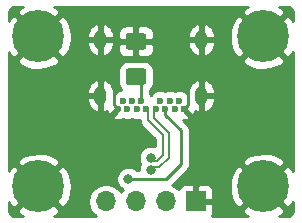
<source format=gbl>
%TF.GenerationSoftware,KiCad,Pcbnew,5.1.6*%
%TF.CreationDate,2020-09-10T19:59:46+02:00*%
%TF.ProjectId,usbc-breakout,75736263-2d62-4726-9561-6b6f75742e6b,rev?*%
%TF.SameCoordinates,Original*%
%TF.FileFunction,Copper,L2,Bot*%
%TF.FilePolarity,Positive*%
%FSLAX46Y46*%
G04 Gerber Fmt 4.6, Leading zero omitted, Abs format (unit mm)*
G04 Created by KiCad (PCBNEW 5.1.6) date 2020-09-10 19:59:46*
%MOMM*%
%LPD*%
G01*
G04 APERTURE LIST*
%TA.AperFunction,ComponentPad*%
%ADD10O,1.000000X1.600000*%
%TD*%
%TA.AperFunction,ComponentPad*%
%ADD11C,0.600000*%
%TD*%
%TA.AperFunction,ComponentPad*%
%ADD12C,0.700000*%
%TD*%
%TA.AperFunction,ComponentPad*%
%ADD13C,4.400000*%
%TD*%
%TA.AperFunction,ComponentPad*%
%ADD14O,1.700000X1.700000*%
%TD*%
%TA.AperFunction,ComponentPad*%
%ADD15R,1.700000X1.700000*%
%TD*%
%TA.AperFunction,ViaPad*%
%ADD16C,0.800000*%
%TD*%
%TA.AperFunction,Conductor*%
%ADD17C,0.250000*%
%TD*%
%TA.AperFunction,Conductor*%
%ADD18C,0.200000*%
%TD*%
%TA.AperFunction,Conductor*%
%ADD19C,0.254000*%
%TD*%
G04 APERTURE END LIST*
D10*
%TO.P,J2,S1*%
%TO.N,GND*%
X59230000Y-66950000D03*
X67770000Y-66950000D03*
X67770000Y-71680000D03*
X59230000Y-71680000D03*
D11*
%TO.P,J2,B6*%
%TO.N,D+*%
X63100000Y-72830000D03*
%TO.P,J2,B7*%
%TO.N,D-*%
X63900000Y-72830000D03*
%TO.P,J2,B4*%
%TO.N,Net-(F1-Pad2)*%
X62300000Y-72830000D03*
%TO.P,J2,B9*%
X64700000Y-72830000D03*
%TO.P,J2,S1*%
%TO.N,GND*%
X61500000Y-72830000D03*
X65500000Y-72830000D03*
%TO.P,J2,B1*%
X60700000Y-72830000D03*
%TO.P,J2,B10*%
%TO.N,Net-(J2-PadB10)*%
X65100000Y-72120000D03*
%TO.P,J2,B3*%
%TO.N,Net-(J2-PadB3)*%
X61900000Y-72120000D03*
%TO.P,J2,B8*%
%TO.N,Net-(J2-PadB8)*%
X64300000Y-72120000D03*
%TO.P,J2,B5*%
%TO.N,Net-(J2-PadB5)*%
X62700000Y-72120000D03*
%TO.P,J2,B12*%
%TO.N,GND*%
X66300000Y-72830000D03*
%TO.P,J2,B2*%
%TO.N,Net-(J2-PadB2)*%
X61100000Y-72120000D03*
%TO.P,J2,B11*%
%TO.N,Net-(J2-PadB11)*%
X65900000Y-72120000D03*
%TD*%
D12*
%TO.P,REF\u002A\u002A,1*%
%TO.N,GND*%
X74191726Y-78208274D03*
X73025000Y-77725000D03*
X71858274Y-78208274D03*
X71375000Y-79375000D03*
X71858274Y-80541726D03*
X73025000Y-81025000D03*
X74191726Y-80541726D03*
X74675000Y-79375000D03*
D13*
X73025000Y-79375000D03*
%TD*%
D12*
%TO.P,REF\u002A\u002A,1*%
%TO.N,GND*%
X55141726Y-78208274D03*
X53975000Y-77725000D03*
X52808274Y-78208274D03*
X52325000Y-79375000D03*
X52808274Y-80541726D03*
X53975000Y-81025000D03*
X55141726Y-80541726D03*
X55625000Y-79375000D03*
D13*
X53975000Y-79375000D03*
%TD*%
D12*
%TO.P,REF\u002A\u002A,1*%
%TO.N,GND*%
X74191726Y-65508274D03*
X73025000Y-65025000D03*
X71858274Y-65508274D03*
X71375000Y-66675000D03*
X71858274Y-67841726D03*
X73025000Y-68325000D03*
X74191726Y-67841726D03*
X74675000Y-66675000D03*
D13*
X73025000Y-66675000D03*
%TD*%
%TO.P,REF\u002A\u002A,1*%
%TO.N,GND*%
X53975000Y-66675000D03*
D12*
X55625000Y-66675000D03*
X55141726Y-67841726D03*
X53975000Y-68325000D03*
X52808274Y-67841726D03*
X52325000Y-66675000D03*
X52808274Y-65508274D03*
X53975000Y-65025000D03*
X55141726Y-65508274D03*
%TD*%
%TO.P,R2,1*%
%TO.N,Net-(J2-PadB5)*%
%TA.AperFunction,SMDPad,CuDef*%
G36*
G01*
X62855000Y-70780000D02*
X61605000Y-70780000D01*
G75*
G02*
X61355000Y-70530000I0J250000D01*
G01*
X61355000Y-69605000D01*
G75*
G02*
X61605000Y-69355000I250000J0D01*
G01*
X62855000Y-69355000D01*
G75*
G02*
X63105000Y-69605000I0J-250000D01*
G01*
X63105000Y-70530000D01*
G75*
G02*
X62855000Y-70780000I-250000J0D01*
G01*
G37*
%TD.AperFunction*%
%TO.P,R2,2*%
%TO.N,GND*%
%TA.AperFunction,SMDPad,CuDef*%
G36*
G01*
X62855000Y-67805000D02*
X61605000Y-67805000D01*
G75*
G02*
X61355000Y-67555000I0J250000D01*
G01*
X61355000Y-66630000D01*
G75*
G02*
X61605000Y-66380000I250000J0D01*
G01*
X62855000Y-66380000D01*
G75*
G02*
X63105000Y-66630000I0J-250000D01*
G01*
X63105000Y-67555000D01*
G75*
G02*
X62855000Y-67805000I-250000J0D01*
G01*
G37*
%TD.AperFunction*%
%TD*%
D14*
%TO.P,J1,4*%
%TO.N,+5V*%
X59690000Y-80645000D03*
%TO.P,J1,3*%
%TO.N,D-*%
X62230000Y-80645000D03*
%TO.P,J1,2*%
%TO.N,D+*%
X64770000Y-80645000D03*
D15*
%TO.P,J1,1*%
%TO.N,GND*%
X67310000Y-80645000D03*
%TD*%
D16*
%TO.N,Net-(F1-Pad2)*%
X61595000Y-78740000D03*
%TO.N,D-*%
X63500000Y-77995000D03*
%TO.N,D+*%
X63500000Y-76945000D03*
%TD*%
D17*
%TO.N,Net-(F1-Pad2)*%
X64700000Y-73289619D02*
X64700000Y-72830000D01*
X66040000Y-74629619D02*
X64700000Y-73289619D01*
X66040000Y-77470000D02*
X66040000Y-74629619D01*
X64770000Y-78740000D02*
X66040000Y-77470000D01*
X61595000Y-78740000D02*
X64770000Y-78740000D01*
D18*
%TO.N,D-*%
X63725000Y-73005000D02*
X63725000Y-73566800D01*
X63900000Y-72830000D02*
X63725000Y-73005000D01*
X63725000Y-73566800D02*
X64995000Y-74836800D01*
X64995000Y-74836800D02*
X64995000Y-76928200D01*
X63800000Y-77695000D02*
X63500000Y-77995000D01*
X64228200Y-77695000D02*
X63800000Y-77695000D01*
X64995000Y-76928200D02*
X64228200Y-77695000D01*
%TO.N,D+*%
X63275000Y-73005000D02*
X63275000Y-73753200D01*
X63100000Y-72830000D02*
X63275000Y-73005000D01*
X63275000Y-73753200D02*
X64545000Y-75023200D01*
X64545000Y-75023200D02*
X64545000Y-76741800D01*
X63800000Y-77245000D02*
X63500000Y-76945000D01*
X64041800Y-77245000D02*
X63800000Y-77245000D01*
X64545000Y-76741800D02*
X64041800Y-77245000D01*
D17*
%TO.N,GND*%
X60375001Y-72505001D02*
X60375001Y-67259999D01*
X60542500Y-67092500D02*
X62230000Y-67092500D01*
X60375001Y-67259999D02*
X60542500Y-67092500D01*
X60700000Y-72830000D02*
X60375001Y-72505001D01*
X60375001Y-72505001D02*
X60375001Y-68630001D01*
X60375001Y-68630001D02*
X60425002Y-68580000D01*
X60425002Y-68580000D02*
X66040000Y-68580000D01*
X66624999Y-72505001D02*
X66300000Y-72830000D01*
X66624999Y-69164999D02*
X66624999Y-72505001D01*
X66040000Y-68580000D02*
X66624999Y-69164999D01*
%TO.N,Net-(J2-PadB5)*%
X62700000Y-70537500D02*
X62700000Y-72120000D01*
X62230000Y-70067500D02*
X62700000Y-70537500D01*
%TD*%
D19*
%TO.N,GND*%
G36*
X52404976Y-64297982D02*
G01*
X52164830Y-64685225D01*
X53975000Y-66495395D01*
X55785170Y-64685225D01*
X55545024Y-64297982D01*
X55283537Y-64160000D01*
X71713121Y-64160000D01*
X71454976Y-64297982D01*
X71214830Y-64685225D01*
X73025000Y-66495395D01*
X74835170Y-64685225D01*
X74595024Y-64297982D01*
X74333537Y-64160000D01*
X74897721Y-64160000D01*
X75047869Y-64174722D01*
X75161246Y-64208953D01*
X75265819Y-64264555D01*
X75357596Y-64339407D01*
X75433091Y-64430664D01*
X75489419Y-64534844D01*
X75524440Y-64647976D01*
X75540000Y-64796022D01*
X75540000Y-65363121D01*
X75402018Y-65104976D01*
X75014775Y-64864830D01*
X73204605Y-66675000D01*
X75014775Y-68485170D01*
X75402018Y-68245024D01*
X75540000Y-67983537D01*
X75540001Y-78063123D01*
X75402018Y-77804976D01*
X75014775Y-77564830D01*
X73204605Y-79375000D01*
X75014775Y-81185170D01*
X75402018Y-80945024D01*
X75540001Y-80683535D01*
X75540001Y-81247711D01*
X75525278Y-81397869D01*
X75491047Y-81511246D01*
X75435446Y-81615817D01*
X75360594Y-81707595D01*
X75269335Y-81783091D01*
X75165160Y-81839419D01*
X75052024Y-81874440D01*
X74903979Y-81890000D01*
X74336879Y-81890000D01*
X74595024Y-81752018D01*
X74835170Y-81364775D01*
X73025000Y-79554605D01*
X71214830Y-81364775D01*
X71454976Y-81752018D01*
X71716463Y-81890000D01*
X68657295Y-81890000D01*
X68690537Y-81849494D01*
X68749502Y-81739180D01*
X68785812Y-81619482D01*
X68798072Y-81495000D01*
X68795000Y-80930750D01*
X68636250Y-80772000D01*
X67437000Y-80772000D01*
X67437000Y-80792000D01*
X67183000Y-80792000D01*
X67183000Y-80772000D01*
X67163000Y-80772000D01*
X67163000Y-80518000D01*
X67183000Y-80518000D01*
X67183000Y-79318750D01*
X67437000Y-79318750D01*
X67437000Y-80518000D01*
X68636250Y-80518000D01*
X68795000Y-80359250D01*
X68798072Y-79795000D01*
X68785812Y-79670518D01*
X68749502Y-79550820D01*
X68690537Y-79440506D01*
X68649231Y-79390174D01*
X70176322Y-79390174D01*
X70234019Y-79945632D01*
X70398972Y-80479161D01*
X70647982Y-80945024D01*
X71035225Y-81185170D01*
X72845395Y-79375000D01*
X71035225Y-77564830D01*
X70647982Y-77804976D01*
X70387359Y-78298877D01*
X70228099Y-78834133D01*
X70176322Y-79390174D01*
X68649231Y-79390174D01*
X68611185Y-79343815D01*
X68514494Y-79264463D01*
X68404180Y-79205498D01*
X68284482Y-79169188D01*
X68160000Y-79156928D01*
X67595750Y-79160000D01*
X67437000Y-79318750D01*
X67183000Y-79318750D01*
X67024250Y-79160000D01*
X66460000Y-79156928D01*
X66335518Y-79169188D01*
X66215820Y-79205498D01*
X66105506Y-79264463D01*
X66008815Y-79343815D01*
X65929463Y-79440506D01*
X65870498Y-79550820D01*
X65848487Y-79623380D01*
X65716632Y-79491525D01*
X65473411Y-79329010D01*
X65321440Y-79266062D01*
X65333804Y-79250997D01*
X66551004Y-78033798D01*
X66580001Y-78010001D01*
X66674974Y-77894276D01*
X66745546Y-77762247D01*
X66789003Y-77618986D01*
X66800000Y-77507333D01*
X66800000Y-77507324D01*
X66803676Y-77470001D01*
X66800000Y-77432678D01*
X66800000Y-77385225D01*
X71214830Y-77385225D01*
X73025000Y-79195395D01*
X74835170Y-77385225D01*
X74595024Y-76997982D01*
X74101123Y-76737359D01*
X73565867Y-76578099D01*
X73009826Y-76526322D01*
X72454368Y-76584019D01*
X71920839Y-76748972D01*
X71454976Y-76997982D01*
X71214830Y-77385225D01*
X66800000Y-77385225D01*
X66800000Y-74666941D01*
X66803676Y-74629618D01*
X66800000Y-74592295D01*
X66800000Y-74592286D01*
X66789003Y-74480633D01*
X66745546Y-74337372D01*
X66674974Y-74205343D01*
X66580001Y-74089618D01*
X66551003Y-74065820D01*
X66250093Y-73764910D01*
X66390355Y-73765171D01*
X66571061Y-73729574D01*
X66741351Y-73659408D01*
X66744425Y-73657763D01*
X66754936Y-73464541D01*
X66397454Y-73107059D01*
X66398562Y-73104397D01*
X66434828Y-72923824D01*
X66434896Y-72887109D01*
X66495931Y-72846326D01*
X66934541Y-73284936D01*
X67127763Y-73274425D01*
X67198562Y-73104397D01*
X67223487Y-72980294D01*
X67245024Y-72994276D01*
X67468126Y-73074119D01*
X67643000Y-72947954D01*
X67643000Y-71807000D01*
X67897000Y-71807000D01*
X67897000Y-72947954D01*
X68071874Y-73074119D01*
X68294976Y-72994276D01*
X68482764Y-72872369D01*
X68643161Y-72716169D01*
X68770003Y-72531678D01*
X68858415Y-72325987D01*
X68905000Y-72107000D01*
X68905000Y-71807000D01*
X67897000Y-71807000D01*
X67643000Y-71807000D01*
X67623000Y-71807000D01*
X67623000Y-71553000D01*
X67643000Y-71553000D01*
X67643000Y-70412046D01*
X67897000Y-70412046D01*
X67897000Y-71553000D01*
X68905000Y-71553000D01*
X68905000Y-71253000D01*
X68858415Y-71034013D01*
X68770003Y-70828322D01*
X68643161Y-70643831D01*
X68482764Y-70487631D01*
X68294976Y-70365724D01*
X68071874Y-70285881D01*
X67897000Y-70412046D01*
X67643000Y-70412046D01*
X67468126Y-70285881D01*
X67245024Y-70365724D01*
X67057236Y-70487631D01*
X66896839Y-70643831D01*
X66769997Y-70828322D01*
X66681585Y-71034013D01*
X66635000Y-71253000D01*
X66635000Y-71537049D01*
X66626262Y-71523972D01*
X66496028Y-71393738D01*
X66342889Y-71291414D01*
X66172729Y-71220932D01*
X65992089Y-71185000D01*
X65807911Y-71185000D01*
X65627271Y-71220932D01*
X65500000Y-71273649D01*
X65372729Y-71220932D01*
X65192089Y-71185000D01*
X65007911Y-71185000D01*
X64827271Y-71220932D01*
X64700000Y-71273649D01*
X64572729Y-71220932D01*
X64392089Y-71185000D01*
X64207911Y-71185000D01*
X64027271Y-71220932D01*
X63857111Y-71291414D01*
X63703972Y-71393738D01*
X63573738Y-71523972D01*
X63500000Y-71634329D01*
X63460000Y-71574465D01*
X63460000Y-71176806D01*
X63482962Y-71157962D01*
X63593405Y-71023386D01*
X63675472Y-70869850D01*
X63726008Y-70703254D01*
X63743072Y-70530000D01*
X63743072Y-69605000D01*
X63726008Y-69431746D01*
X63675472Y-69265150D01*
X63593405Y-69111614D01*
X63482962Y-68977038D01*
X63348386Y-68866595D01*
X63194850Y-68784528D01*
X63028254Y-68733992D01*
X62855000Y-68716928D01*
X61605000Y-68716928D01*
X61431746Y-68733992D01*
X61265150Y-68784528D01*
X61111614Y-68866595D01*
X60977038Y-68977038D01*
X60866595Y-69111614D01*
X60784528Y-69265150D01*
X60733992Y-69431746D01*
X60716928Y-69605000D01*
X60716928Y-70530000D01*
X60733992Y-70703254D01*
X60784528Y-70869850D01*
X60866595Y-71023386D01*
X60977038Y-71157962D01*
X61009984Y-71185000D01*
X61007911Y-71185000D01*
X60827271Y-71220932D01*
X60657111Y-71291414D01*
X60503972Y-71393738D01*
X60373738Y-71523972D01*
X60365000Y-71537049D01*
X60365000Y-71253000D01*
X60318415Y-71034013D01*
X60230003Y-70828322D01*
X60103161Y-70643831D01*
X59942764Y-70487631D01*
X59754976Y-70365724D01*
X59531874Y-70285881D01*
X59357000Y-70412046D01*
X59357000Y-71553000D01*
X59377000Y-71553000D01*
X59377000Y-71807000D01*
X59357000Y-71807000D01*
X59357000Y-72947954D01*
X59531874Y-73074119D01*
X59754976Y-72994276D01*
X59776622Y-72980224D01*
X59800426Y-73101061D01*
X59870592Y-73271351D01*
X59872237Y-73274425D01*
X60065459Y-73284936D01*
X60504069Y-72846326D01*
X60564891Y-72886967D01*
X60564829Y-72920355D01*
X60600426Y-73101061D01*
X60602795Y-73106810D01*
X60245064Y-73464541D01*
X60255575Y-73657763D01*
X60425603Y-73728562D01*
X60606176Y-73764828D01*
X60790355Y-73765171D01*
X60971061Y-73729574D01*
X61100223Y-73676354D01*
X61225603Y-73728562D01*
X61406176Y-73764828D01*
X61590355Y-73765171D01*
X61771061Y-73729574D01*
X61900115Y-73676399D01*
X62027271Y-73729068D01*
X62207911Y-73765000D01*
X62392089Y-73765000D01*
X62538143Y-73735948D01*
X62536444Y-73753200D01*
X62540000Y-73789305D01*
X62550635Y-73897285D01*
X62592664Y-74035833D01*
X62660914Y-74163520D01*
X62752763Y-74275438D01*
X62780808Y-74298454D01*
X63810000Y-75327647D01*
X63810001Y-75953130D01*
X63801898Y-75949774D01*
X63601939Y-75910000D01*
X63398061Y-75910000D01*
X63198102Y-75949774D01*
X63009744Y-76027795D01*
X62840226Y-76141063D01*
X62696063Y-76285226D01*
X62582795Y-76454744D01*
X62504774Y-76643102D01*
X62465000Y-76843061D01*
X62465000Y-77046939D01*
X62504774Y-77246898D01*
X62582795Y-77435256D01*
X62606010Y-77470000D01*
X62582795Y-77504744D01*
X62504774Y-77693102D01*
X62465000Y-77893061D01*
X62465000Y-77980000D01*
X62298711Y-77980000D01*
X62254774Y-77936063D01*
X62085256Y-77822795D01*
X61896898Y-77744774D01*
X61696939Y-77705000D01*
X61493061Y-77705000D01*
X61293102Y-77744774D01*
X61104744Y-77822795D01*
X60935226Y-77936063D01*
X60791063Y-78080226D01*
X60677795Y-78249744D01*
X60599774Y-78438102D01*
X60560000Y-78638061D01*
X60560000Y-78841939D01*
X60599774Y-79041898D01*
X60677795Y-79230256D01*
X60791063Y-79399774D01*
X60935226Y-79543937D01*
X61104744Y-79657205D01*
X61113897Y-79660996D01*
X61076525Y-79698368D01*
X60960000Y-79872760D01*
X60843475Y-79698368D01*
X60636632Y-79491525D01*
X60393411Y-79329010D01*
X60123158Y-79217068D01*
X59836260Y-79160000D01*
X59543740Y-79160000D01*
X59256842Y-79217068D01*
X58986589Y-79329010D01*
X58743368Y-79491525D01*
X58536525Y-79698368D01*
X58374010Y-79941589D01*
X58262068Y-80211842D01*
X58205000Y-80498740D01*
X58205000Y-80791260D01*
X58262068Y-81078158D01*
X58374010Y-81348411D01*
X58536525Y-81591632D01*
X58743368Y-81798475D01*
X58880345Y-81890000D01*
X55286879Y-81890000D01*
X55545024Y-81752018D01*
X55785170Y-81364775D01*
X53975000Y-79554605D01*
X52164830Y-81364775D01*
X52404976Y-81752018D01*
X52666463Y-81890000D01*
X52102279Y-81890000D01*
X51952131Y-81875278D01*
X51838754Y-81841047D01*
X51734183Y-81785446D01*
X51642405Y-81710594D01*
X51566909Y-81619335D01*
X51510581Y-81515160D01*
X51475560Y-81402024D01*
X51460000Y-81253979D01*
X51460000Y-80686879D01*
X51597982Y-80945024D01*
X51985225Y-81185170D01*
X53795395Y-79375000D01*
X54154605Y-79375000D01*
X55964775Y-81185170D01*
X56352018Y-80945024D01*
X56612641Y-80451123D01*
X56771901Y-79915867D01*
X56823678Y-79359826D01*
X56765981Y-78804368D01*
X56601028Y-78270839D01*
X56352018Y-77804976D01*
X55964775Y-77564830D01*
X54154605Y-79375000D01*
X53795395Y-79375000D01*
X51985225Y-77564830D01*
X51597982Y-77804976D01*
X51460000Y-78066463D01*
X51460000Y-77385225D01*
X52164830Y-77385225D01*
X53975000Y-79195395D01*
X55785170Y-77385225D01*
X55545024Y-76997982D01*
X55051123Y-76737359D01*
X54515867Y-76578099D01*
X53959826Y-76526322D01*
X53404368Y-76584019D01*
X52870839Y-76748972D01*
X52404976Y-76997982D01*
X52164830Y-77385225D01*
X51460000Y-77385225D01*
X51460000Y-71807000D01*
X58095000Y-71807000D01*
X58095000Y-72107000D01*
X58141585Y-72325987D01*
X58229997Y-72531678D01*
X58356839Y-72716169D01*
X58517236Y-72872369D01*
X58705024Y-72994276D01*
X58928126Y-73074119D01*
X59103000Y-72947954D01*
X59103000Y-71807000D01*
X58095000Y-71807000D01*
X51460000Y-71807000D01*
X51460000Y-71253000D01*
X58095000Y-71253000D01*
X58095000Y-71553000D01*
X59103000Y-71553000D01*
X59103000Y-70412046D01*
X58928126Y-70285881D01*
X58705024Y-70365724D01*
X58517236Y-70487631D01*
X58356839Y-70643831D01*
X58229997Y-70828322D01*
X58141585Y-71034013D01*
X58095000Y-71253000D01*
X51460000Y-71253000D01*
X51460000Y-68664775D01*
X52164830Y-68664775D01*
X52404976Y-69052018D01*
X52898877Y-69312641D01*
X53434133Y-69471901D01*
X53990174Y-69523678D01*
X54545632Y-69465981D01*
X55079161Y-69301028D01*
X55545024Y-69052018D01*
X55785170Y-68664775D01*
X71214830Y-68664775D01*
X71454976Y-69052018D01*
X71948877Y-69312641D01*
X72484133Y-69471901D01*
X73040174Y-69523678D01*
X73595632Y-69465981D01*
X74129161Y-69301028D01*
X74595024Y-69052018D01*
X74835170Y-68664775D01*
X73025000Y-66854605D01*
X71214830Y-68664775D01*
X55785170Y-68664775D01*
X53975000Y-66854605D01*
X52164830Y-68664775D01*
X51460000Y-68664775D01*
X51460000Y-67986879D01*
X51597982Y-68245024D01*
X51985225Y-68485170D01*
X53795395Y-66675000D01*
X54154605Y-66675000D01*
X55964775Y-68485170D01*
X56352018Y-68245024D01*
X56612641Y-67751123D01*
X56771901Y-67215867D01*
X56784831Y-67077000D01*
X58095000Y-67077000D01*
X58095000Y-67377000D01*
X58141585Y-67595987D01*
X58229997Y-67801678D01*
X58356839Y-67986169D01*
X58517236Y-68142369D01*
X58705024Y-68264276D01*
X58928126Y-68344119D01*
X59103000Y-68217954D01*
X59103000Y-67077000D01*
X59357000Y-67077000D01*
X59357000Y-68217954D01*
X59531874Y-68344119D01*
X59754976Y-68264276D01*
X59942764Y-68142369D01*
X60103161Y-67986169D01*
X60227719Y-67805000D01*
X60716928Y-67805000D01*
X60729188Y-67929482D01*
X60765498Y-68049180D01*
X60824463Y-68159494D01*
X60903815Y-68256185D01*
X61000506Y-68335537D01*
X61110820Y-68394502D01*
X61230518Y-68430812D01*
X61355000Y-68443072D01*
X61944250Y-68440000D01*
X62103000Y-68281250D01*
X62103000Y-67219500D01*
X62357000Y-67219500D01*
X62357000Y-68281250D01*
X62515750Y-68440000D01*
X63105000Y-68443072D01*
X63229482Y-68430812D01*
X63349180Y-68394502D01*
X63459494Y-68335537D01*
X63556185Y-68256185D01*
X63635537Y-68159494D01*
X63694502Y-68049180D01*
X63730812Y-67929482D01*
X63743072Y-67805000D01*
X63740000Y-67378250D01*
X63581250Y-67219500D01*
X62357000Y-67219500D01*
X62103000Y-67219500D01*
X60878750Y-67219500D01*
X60720000Y-67378250D01*
X60716928Y-67805000D01*
X60227719Y-67805000D01*
X60230003Y-67801678D01*
X60318415Y-67595987D01*
X60365000Y-67377000D01*
X60365000Y-67077000D01*
X66635000Y-67077000D01*
X66635000Y-67377000D01*
X66681585Y-67595987D01*
X66769997Y-67801678D01*
X66896839Y-67986169D01*
X67057236Y-68142369D01*
X67245024Y-68264276D01*
X67468126Y-68344119D01*
X67643000Y-68217954D01*
X67643000Y-67077000D01*
X67897000Y-67077000D01*
X67897000Y-68217954D01*
X68071874Y-68344119D01*
X68294976Y-68264276D01*
X68482764Y-68142369D01*
X68643161Y-67986169D01*
X68770003Y-67801678D01*
X68858415Y-67595987D01*
X68905000Y-67377000D01*
X68905000Y-67077000D01*
X67897000Y-67077000D01*
X67643000Y-67077000D01*
X66635000Y-67077000D01*
X60365000Y-67077000D01*
X59357000Y-67077000D01*
X59103000Y-67077000D01*
X58095000Y-67077000D01*
X56784831Y-67077000D01*
X56823678Y-66659826D01*
X56809466Y-66523000D01*
X58095000Y-66523000D01*
X58095000Y-66823000D01*
X59103000Y-66823000D01*
X59103000Y-65682046D01*
X59357000Y-65682046D01*
X59357000Y-66823000D01*
X60365000Y-66823000D01*
X60365000Y-66523000D01*
X60334580Y-66380000D01*
X60716928Y-66380000D01*
X60720000Y-66806750D01*
X60878750Y-66965500D01*
X62103000Y-66965500D01*
X62103000Y-65903750D01*
X62357000Y-65903750D01*
X62357000Y-66965500D01*
X63581250Y-66965500D01*
X63740000Y-66806750D01*
X63742042Y-66523000D01*
X66635000Y-66523000D01*
X66635000Y-66823000D01*
X67643000Y-66823000D01*
X67643000Y-65682046D01*
X67897000Y-65682046D01*
X67897000Y-66823000D01*
X68905000Y-66823000D01*
X68905000Y-66690174D01*
X70176322Y-66690174D01*
X70234019Y-67245632D01*
X70398972Y-67779161D01*
X70647982Y-68245024D01*
X71035225Y-68485170D01*
X72845395Y-66675000D01*
X71035225Y-64864830D01*
X70647982Y-65104976D01*
X70387359Y-65598877D01*
X70228099Y-66134133D01*
X70176322Y-66690174D01*
X68905000Y-66690174D01*
X68905000Y-66523000D01*
X68858415Y-66304013D01*
X68770003Y-66098322D01*
X68643161Y-65913831D01*
X68482764Y-65757631D01*
X68294976Y-65635724D01*
X68071874Y-65555881D01*
X67897000Y-65682046D01*
X67643000Y-65682046D01*
X67468126Y-65555881D01*
X67245024Y-65635724D01*
X67057236Y-65757631D01*
X66896839Y-65913831D01*
X66769997Y-66098322D01*
X66681585Y-66304013D01*
X66635000Y-66523000D01*
X63742042Y-66523000D01*
X63743072Y-66380000D01*
X63730812Y-66255518D01*
X63694502Y-66135820D01*
X63635537Y-66025506D01*
X63556185Y-65928815D01*
X63459494Y-65849463D01*
X63349180Y-65790498D01*
X63229482Y-65754188D01*
X63105000Y-65741928D01*
X62515750Y-65745000D01*
X62357000Y-65903750D01*
X62103000Y-65903750D01*
X61944250Y-65745000D01*
X61355000Y-65741928D01*
X61230518Y-65754188D01*
X61110820Y-65790498D01*
X61000506Y-65849463D01*
X60903815Y-65928815D01*
X60824463Y-66025506D01*
X60765498Y-66135820D01*
X60729188Y-66255518D01*
X60716928Y-66380000D01*
X60334580Y-66380000D01*
X60318415Y-66304013D01*
X60230003Y-66098322D01*
X60103161Y-65913831D01*
X59942764Y-65757631D01*
X59754976Y-65635724D01*
X59531874Y-65555881D01*
X59357000Y-65682046D01*
X59103000Y-65682046D01*
X58928126Y-65555881D01*
X58705024Y-65635724D01*
X58517236Y-65757631D01*
X58356839Y-65913831D01*
X58229997Y-66098322D01*
X58141585Y-66304013D01*
X58095000Y-66523000D01*
X56809466Y-66523000D01*
X56765981Y-66104368D01*
X56601028Y-65570839D01*
X56352018Y-65104976D01*
X55964775Y-64864830D01*
X54154605Y-66675000D01*
X53795395Y-66675000D01*
X51985225Y-64864830D01*
X51597982Y-65104976D01*
X51460000Y-65366463D01*
X51460000Y-64802279D01*
X51474722Y-64652131D01*
X51508953Y-64538754D01*
X51564555Y-64434181D01*
X51639407Y-64342404D01*
X51730664Y-64266909D01*
X51834844Y-64210581D01*
X51947976Y-64175560D01*
X52096022Y-64160000D01*
X52663121Y-64160000D01*
X52404976Y-64297982D01*
G37*
X52404976Y-64297982D02*
X52164830Y-64685225D01*
X53975000Y-66495395D01*
X55785170Y-64685225D01*
X55545024Y-64297982D01*
X55283537Y-64160000D01*
X71713121Y-64160000D01*
X71454976Y-64297982D01*
X71214830Y-64685225D01*
X73025000Y-66495395D01*
X74835170Y-64685225D01*
X74595024Y-64297982D01*
X74333537Y-64160000D01*
X74897721Y-64160000D01*
X75047869Y-64174722D01*
X75161246Y-64208953D01*
X75265819Y-64264555D01*
X75357596Y-64339407D01*
X75433091Y-64430664D01*
X75489419Y-64534844D01*
X75524440Y-64647976D01*
X75540000Y-64796022D01*
X75540000Y-65363121D01*
X75402018Y-65104976D01*
X75014775Y-64864830D01*
X73204605Y-66675000D01*
X75014775Y-68485170D01*
X75402018Y-68245024D01*
X75540000Y-67983537D01*
X75540001Y-78063123D01*
X75402018Y-77804976D01*
X75014775Y-77564830D01*
X73204605Y-79375000D01*
X75014775Y-81185170D01*
X75402018Y-80945024D01*
X75540001Y-80683535D01*
X75540001Y-81247711D01*
X75525278Y-81397869D01*
X75491047Y-81511246D01*
X75435446Y-81615817D01*
X75360594Y-81707595D01*
X75269335Y-81783091D01*
X75165160Y-81839419D01*
X75052024Y-81874440D01*
X74903979Y-81890000D01*
X74336879Y-81890000D01*
X74595024Y-81752018D01*
X74835170Y-81364775D01*
X73025000Y-79554605D01*
X71214830Y-81364775D01*
X71454976Y-81752018D01*
X71716463Y-81890000D01*
X68657295Y-81890000D01*
X68690537Y-81849494D01*
X68749502Y-81739180D01*
X68785812Y-81619482D01*
X68798072Y-81495000D01*
X68795000Y-80930750D01*
X68636250Y-80772000D01*
X67437000Y-80772000D01*
X67437000Y-80792000D01*
X67183000Y-80792000D01*
X67183000Y-80772000D01*
X67163000Y-80772000D01*
X67163000Y-80518000D01*
X67183000Y-80518000D01*
X67183000Y-79318750D01*
X67437000Y-79318750D01*
X67437000Y-80518000D01*
X68636250Y-80518000D01*
X68795000Y-80359250D01*
X68798072Y-79795000D01*
X68785812Y-79670518D01*
X68749502Y-79550820D01*
X68690537Y-79440506D01*
X68649231Y-79390174D01*
X70176322Y-79390174D01*
X70234019Y-79945632D01*
X70398972Y-80479161D01*
X70647982Y-80945024D01*
X71035225Y-81185170D01*
X72845395Y-79375000D01*
X71035225Y-77564830D01*
X70647982Y-77804976D01*
X70387359Y-78298877D01*
X70228099Y-78834133D01*
X70176322Y-79390174D01*
X68649231Y-79390174D01*
X68611185Y-79343815D01*
X68514494Y-79264463D01*
X68404180Y-79205498D01*
X68284482Y-79169188D01*
X68160000Y-79156928D01*
X67595750Y-79160000D01*
X67437000Y-79318750D01*
X67183000Y-79318750D01*
X67024250Y-79160000D01*
X66460000Y-79156928D01*
X66335518Y-79169188D01*
X66215820Y-79205498D01*
X66105506Y-79264463D01*
X66008815Y-79343815D01*
X65929463Y-79440506D01*
X65870498Y-79550820D01*
X65848487Y-79623380D01*
X65716632Y-79491525D01*
X65473411Y-79329010D01*
X65321440Y-79266062D01*
X65333804Y-79250997D01*
X66551004Y-78033798D01*
X66580001Y-78010001D01*
X66674974Y-77894276D01*
X66745546Y-77762247D01*
X66789003Y-77618986D01*
X66800000Y-77507333D01*
X66800000Y-77507324D01*
X66803676Y-77470001D01*
X66800000Y-77432678D01*
X66800000Y-77385225D01*
X71214830Y-77385225D01*
X73025000Y-79195395D01*
X74835170Y-77385225D01*
X74595024Y-76997982D01*
X74101123Y-76737359D01*
X73565867Y-76578099D01*
X73009826Y-76526322D01*
X72454368Y-76584019D01*
X71920839Y-76748972D01*
X71454976Y-76997982D01*
X71214830Y-77385225D01*
X66800000Y-77385225D01*
X66800000Y-74666941D01*
X66803676Y-74629618D01*
X66800000Y-74592295D01*
X66800000Y-74592286D01*
X66789003Y-74480633D01*
X66745546Y-74337372D01*
X66674974Y-74205343D01*
X66580001Y-74089618D01*
X66551003Y-74065820D01*
X66250093Y-73764910D01*
X66390355Y-73765171D01*
X66571061Y-73729574D01*
X66741351Y-73659408D01*
X66744425Y-73657763D01*
X66754936Y-73464541D01*
X66397454Y-73107059D01*
X66398562Y-73104397D01*
X66434828Y-72923824D01*
X66434896Y-72887109D01*
X66495931Y-72846326D01*
X66934541Y-73284936D01*
X67127763Y-73274425D01*
X67198562Y-73104397D01*
X67223487Y-72980294D01*
X67245024Y-72994276D01*
X67468126Y-73074119D01*
X67643000Y-72947954D01*
X67643000Y-71807000D01*
X67897000Y-71807000D01*
X67897000Y-72947954D01*
X68071874Y-73074119D01*
X68294976Y-72994276D01*
X68482764Y-72872369D01*
X68643161Y-72716169D01*
X68770003Y-72531678D01*
X68858415Y-72325987D01*
X68905000Y-72107000D01*
X68905000Y-71807000D01*
X67897000Y-71807000D01*
X67643000Y-71807000D01*
X67623000Y-71807000D01*
X67623000Y-71553000D01*
X67643000Y-71553000D01*
X67643000Y-70412046D01*
X67897000Y-70412046D01*
X67897000Y-71553000D01*
X68905000Y-71553000D01*
X68905000Y-71253000D01*
X68858415Y-71034013D01*
X68770003Y-70828322D01*
X68643161Y-70643831D01*
X68482764Y-70487631D01*
X68294976Y-70365724D01*
X68071874Y-70285881D01*
X67897000Y-70412046D01*
X67643000Y-70412046D01*
X67468126Y-70285881D01*
X67245024Y-70365724D01*
X67057236Y-70487631D01*
X66896839Y-70643831D01*
X66769997Y-70828322D01*
X66681585Y-71034013D01*
X66635000Y-71253000D01*
X66635000Y-71537049D01*
X66626262Y-71523972D01*
X66496028Y-71393738D01*
X66342889Y-71291414D01*
X66172729Y-71220932D01*
X65992089Y-71185000D01*
X65807911Y-71185000D01*
X65627271Y-71220932D01*
X65500000Y-71273649D01*
X65372729Y-71220932D01*
X65192089Y-71185000D01*
X65007911Y-71185000D01*
X64827271Y-71220932D01*
X64700000Y-71273649D01*
X64572729Y-71220932D01*
X64392089Y-71185000D01*
X64207911Y-71185000D01*
X64027271Y-71220932D01*
X63857111Y-71291414D01*
X63703972Y-71393738D01*
X63573738Y-71523972D01*
X63500000Y-71634329D01*
X63460000Y-71574465D01*
X63460000Y-71176806D01*
X63482962Y-71157962D01*
X63593405Y-71023386D01*
X63675472Y-70869850D01*
X63726008Y-70703254D01*
X63743072Y-70530000D01*
X63743072Y-69605000D01*
X63726008Y-69431746D01*
X63675472Y-69265150D01*
X63593405Y-69111614D01*
X63482962Y-68977038D01*
X63348386Y-68866595D01*
X63194850Y-68784528D01*
X63028254Y-68733992D01*
X62855000Y-68716928D01*
X61605000Y-68716928D01*
X61431746Y-68733992D01*
X61265150Y-68784528D01*
X61111614Y-68866595D01*
X60977038Y-68977038D01*
X60866595Y-69111614D01*
X60784528Y-69265150D01*
X60733992Y-69431746D01*
X60716928Y-69605000D01*
X60716928Y-70530000D01*
X60733992Y-70703254D01*
X60784528Y-70869850D01*
X60866595Y-71023386D01*
X60977038Y-71157962D01*
X61009984Y-71185000D01*
X61007911Y-71185000D01*
X60827271Y-71220932D01*
X60657111Y-71291414D01*
X60503972Y-71393738D01*
X60373738Y-71523972D01*
X60365000Y-71537049D01*
X60365000Y-71253000D01*
X60318415Y-71034013D01*
X60230003Y-70828322D01*
X60103161Y-70643831D01*
X59942764Y-70487631D01*
X59754976Y-70365724D01*
X59531874Y-70285881D01*
X59357000Y-70412046D01*
X59357000Y-71553000D01*
X59377000Y-71553000D01*
X59377000Y-71807000D01*
X59357000Y-71807000D01*
X59357000Y-72947954D01*
X59531874Y-73074119D01*
X59754976Y-72994276D01*
X59776622Y-72980224D01*
X59800426Y-73101061D01*
X59870592Y-73271351D01*
X59872237Y-73274425D01*
X60065459Y-73284936D01*
X60504069Y-72846326D01*
X60564891Y-72886967D01*
X60564829Y-72920355D01*
X60600426Y-73101061D01*
X60602795Y-73106810D01*
X60245064Y-73464541D01*
X60255575Y-73657763D01*
X60425603Y-73728562D01*
X60606176Y-73764828D01*
X60790355Y-73765171D01*
X60971061Y-73729574D01*
X61100223Y-73676354D01*
X61225603Y-73728562D01*
X61406176Y-73764828D01*
X61590355Y-73765171D01*
X61771061Y-73729574D01*
X61900115Y-73676399D01*
X62027271Y-73729068D01*
X62207911Y-73765000D01*
X62392089Y-73765000D01*
X62538143Y-73735948D01*
X62536444Y-73753200D01*
X62540000Y-73789305D01*
X62550635Y-73897285D01*
X62592664Y-74035833D01*
X62660914Y-74163520D01*
X62752763Y-74275438D01*
X62780808Y-74298454D01*
X63810000Y-75327647D01*
X63810001Y-75953130D01*
X63801898Y-75949774D01*
X63601939Y-75910000D01*
X63398061Y-75910000D01*
X63198102Y-75949774D01*
X63009744Y-76027795D01*
X62840226Y-76141063D01*
X62696063Y-76285226D01*
X62582795Y-76454744D01*
X62504774Y-76643102D01*
X62465000Y-76843061D01*
X62465000Y-77046939D01*
X62504774Y-77246898D01*
X62582795Y-77435256D01*
X62606010Y-77470000D01*
X62582795Y-77504744D01*
X62504774Y-77693102D01*
X62465000Y-77893061D01*
X62465000Y-77980000D01*
X62298711Y-77980000D01*
X62254774Y-77936063D01*
X62085256Y-77822795D01*
X61896898Y-77744774D01*
X61696939Y-77705000D01*
X61493061Y-77705000D01*
X61293102Y-77744774D01*
X61104744Y-77822795D01*
X60935226Y-77936063D01*
X60791063Y-78080226D01*
X60677795Y-78249744D01*
X60599774Y-78438102D01*
X60560000Y-78638061D01*
X60560000Y-78841939D01*
X60599774Y-79041898D01*
X60677795Y-79230256D01*
X60791063Y-79399774D01*
X60935226Y-79543937D01*
X61104744Y-79657205D01*
X61113897Y-79660996D01*
X61076525Y-79698368D01*
X60960000Y-79872760D01*
X60843475Y-79698368D01*
X60636632Y-79491525D01*
X60393411Y-79329010D01*
X60123158Y-79217068D01*
X59836260Y-79160000D01*
X59543740Y-79160000D01*
X59256842Y-79217068D01*
X58986589Y-79329010D01*
X58743368Y-79491525D01*
X58536525Y-79698368D01*
X58374010Y-79941589D01*
X58262068Y-80211842D01*
X58205000Y-80498740D01*
X58205000Y-80791260D01*
X58262068Y-81078158D01*
X58374010Y-81348411D01*
X58536525Y-81591632D01*
X58743368Y-81798475D01*
X58880345Y-81890000D01*
X55286879Y-81890000D01*
X55545024Y-81752018D01*
X55785170Y-81364775D01*
X53975000Y-79554605D01*
X52164830Y-81364775D01*
X52404976Y-81752018D01*
X52666463Y-81890000D01*
X52102279Y-81890000D01*
X51952131Y-81875278D01*
X51838754Y-81841047D01*
X51734183Y-81785446D01*
X51642405Y-81710594D01*
X51566909Y-81619335D01*
X51510581Y-81515160D01*
X51475560Y-81402024D01*
X51460000Y-81253979D01*
X51460000Y-80686879D01*
X51597982Y-80945024D01*
X51985225Y-81185170D01*
X53795395Y-79375000D01*
X54154605Y-79375000D01*
X55964775Y-81185170D01*
X56352018Y-80945024D01*
X56612641Y-80451123D01*
X56771901Y-79915867D01*
X56823678Y-79359826D01*
X56765981Y-78804368D01*
X56601028Y-78270839D01*
X56352018Y-77804976D01*
X55964775Y-77564830D01*
X54154605Y-79375000D01*
X53795395Y-79375000D01*
X51985225Y-77564830D01*
X51597982Y-77804976D01*
X51460000Y-78066463D01*
X51460000Y-77385225D01*
X52164830Y-77385225D01*
X53975000Y-79195395D01*
X55785170Y-77385225D01*
X55545024Y-76997982D01*
X55051123Y-76737359D01*
X54515867Y-76578099D01*
X53959826Y-76526322D01*
X53404368Y-76584019D01*
X52870839Y-76748972D01*
X52404976Y-76997982D01*
X52164830Y-77385225D01*
X51460000Y-77385225D01*
X51460000Y-71807000D01*
X58095000Y-71807000D01*
X58095000Y-72107000D01*
X58141585Y-72325987D01*
X58229997Y-72531678D01*
X58356839Y-72716169D01*
X58517236Y-72872369D01*
X58705024Y-72994276D01*
X58928126Y-73074119D01*
X59103000Y-72947954D01*
X59103000Y-71807000D01*
X58095000Y-71807000D01*
X51460000Y-71807000D01*
X51460000Y-71253000D01*
X58095000Y-71253000D01*
X58095000Y-71553000D01*
X59103000Y-71553000D01*
X59103000Y-70412046D01*
X58928126Y-70285881D01*
X58705024Y-70365724D01*
X58517236Y-70487631D01*
X58356839Y-70643831D01*
X58229997Y-70828322D01*
X58141585Y-71034013D01*
X58095000Y-71253000D01*
X51460000Y-71253000D01*
X51460000Y-68664775D01*
X52164830Y-68664775D01*
X52404976Y-69052018D01*
X52898877Y-69312641D01*
X53434133Y-69471901D01*
X53990174Y-69523678D01*
X54545632Y-69465981D01*
X55079161Y-69301028D01*
X55545024Y-69052018D01*
X55785170Y-68664775D01*
X71214830Y-68664775D01*
X71454976Y-69052018D01*
X71948877Y-69312641D01*
X72484133Y-69471901D01*
X73040174Y-69523678D01*
X73595632Y-69465981D01*
X74129161Y-69301028D01*
X74595024Y-69052018D01*
X74835170Y-68664775D01*
X73025000Y-66854605D01*
X71214830Y-68664775D01*
X55785170Y-68664775D01*
X53975000Y-66854605D01*
X52164830Y-68664775D01*
X51460000Y-68664775D01*
X51460000Y-67986879D01*
X51597982Y-68245024D01*
X51985225Y-68485170D01*
X53795395Y-66675000D01*
X54154605Y-66675000D01*
X55964775Y-68485170D01*
X56352018Y-68245024D01*
X56612641Y-67751123D01*
X56771901Y-67215867D01*
X56784831Y-67077000D01*
X58095000Y-67077000D01*
X58095000Y-67377000D01*
X58141585Y-67595987D01*
X58229997Y-67801678D01*
X58356839Y-67986169D01*
X58517236Y-68142369D01*
X58705024Y-68264276D01*
X58928126Y-68344119D01*
X59103000Y-68217954D01*
X59103000Y-67077000D01*
X59357000Y-67077000D01*
X59357000Y-68217954D01*
X59531874Y-68344119D01*
X59754976Y-68264276D01*
X59942764Y-68142369D01*
X60103161Y-67986169D01*
X60227719Y-67805000D01*
X60716928Y-67805000D01*
X60729188Y-67929482D01*
X60765498Y-68049180D01*
X60824463Y-68159494D01*
X60903815Y-68256185D01*
X61000506Y-68335537D01*
X61110820Y-68394502D01*
X61230518Y-68430812D01*
X61355000Y-68443072D01*
X61944250Y-68440000D01*
X62103000Y-68281250D01*
X62103000Y-67219500D01*
X62357000Y-67219500D01*
X62357000Y-68281250D01*
X62515750Y-68440000D01*
X63105000Y-68443072D01*
X63229482Y-68430812D01*
X63349180Y-68394502D01*
X63459494Y-68335537D01*
X63556185Y-68256185D01*
X63635537Y-68159494D01*
X63694502Y-68049180D01*
X63730812Y-67929482D01*
X63743072Y-67805000D01*
X63740000Y-67378250D01*
X63581250Y-67219500D01*
X62357000Y-67219500D01*
X62103000Y-67219500D01*
X60878750Y-67219500D01*
X60720000Y-67378250D01*
X60716928Y-67805000D01*
X60227719Y-67805000D01*
X60230003Y-67801678D01*
X60318415Y-67595987D01*
X60365000Y-67377000D01*
X60365000Y-67077000D01*
X66635000Y-67077000D01*
X66635000Y-67377000D01*
X66681585Y-67595987D01*
X66769997Y-67801678D01*
X66896839Y-67986169D01*
X67057236Y-68142369D01*
X67245024Y-68264276D01*
X67468126Y-68344119D01*
X67643000Y-68217954D01*
X67643000Y-67077000D01*
X67897000Y-67077000D01*
X67897000Y-68217954D01*
X68071874Y-68344119D01*
X68294976Y-68264276D01*
X68482764Y-68142369D01*
X68643161Y-67986169D01*
X68770003Y-67801678D01*
X68858415Y-67595987D01*
X68905000Y-67377000D01*
X68905000Y-67077000D01*
X67897000Y-67077000D01*
X67643000Y-67077000D01*
X66635000Y-67077000D01*
X60365000Y-67077000D01*
X59357000Y-67077000D01*
X59103000Y-67077000D01*
X58095000Y-67077000D01*
X56784831Y-67077000D01*
X56823678Y-66659826D01*
X56809466Y-66523000D01*
X58095000Y-66523000D01*
X58095000Y-66823000D01*
X59103000Y-66823000D01*
X59103000Y-65682046D01*
X59357000Y-65682046D01*
X59357000Y-66823000D01*
X60365000Y-66823000D01*
X60365000Y-66523000D01*
X60334580Y-66380000D01*
X60716928Y-66380000D01*
X60720000Y-66806750D01*
X60878750Y-66965500D01*
X62103000Y-66965500D01*
X62103000Y-65903750D01*
X62357000Y-65903750D01*
X62357000Y-66965500D01*
X63581250Y-66965500D01*
X63740000Y-66806750D01*
X63742042Y-66523000D01*
X66635000Y-66523000D01*
X66635000Y-66823000D01*
X67643000Y-66823000D01*
X67643000Y-65682046D01*
X67897000Y-65682046D01*
X67897000Y-66823000D01*
X68905000Y-66823000D01*
X68905000Y-66690174D01*
X70176322Y-66690174D01*
X70234019Y-67245632D01*
X70398972Y-67779161D01*
X70647982Y-68245024D01*
X71035225Y-68485170D01*
X72845395Y-66675000D01*
X71035225Y-64864830D01*
X70647982Y-65104976D01*
X70387359Y-65598877D01*
X70228099Y-66134133D01*
X70176322Y-66690174D01*
X68905000Y-66690174D01*
X68905000Y-66523000D01*
X68858415Y-66304013D01*
X68770003Y-66098322D01*
X68643161Y-65913831D01*
X68482764Y-65757631D01*
X68294976Y-65635724D01*
X68071874Y-65555881D01*
X67897000Y-65682046D01*
X67643000Y-65682046D01*
X67468126Y-65555881D01*
X67245024Y-65635724D01*
X67057236Y-65757631D01*
X66896839Y-65913831D01*
X66769997Y-66098322D01*
X66681585Y-66304013D01*
X66635000Y-66523000D01*
X63742042Y-66523000D01*
X63743072Y-66380000D01*
X63730812Y-66255518D01*
X63694502Y-66135820D01*
X63635537Y-66025506D01*
X63556185Y-65928815D01*
X63459494Y-65849463D01*
X63349180Y-65790498D01*
X63229482Y-65754188D01*
X63105000Y-65741928D01*
X62515750Y-65745000D01*
X62357000Y-65903750D01*
X62103000Y-65903750D01*
X61944250Y-65745000D01*
X61355000Y-65741928D01*
X61230518Y-65754188D01*
X61110820Y-65790498D01*
X61000506Y-65849463D01*
X60903815Y-65928815D01*
X60824463Y-66025506D01*
X60765498Y-66135820D01*
X60729188Y-66255518D01*
X60716928Y-66380000D01*
X60334580Y-66380000D01*
X60318415Y-66304013D01*
X60230003Y-66098322D01*
X60103161Y-65913831D01*
X59942764Y-65757631D01*
X59754976Y-65635724D01*
X59531874Y-65555881D01*
X59357000Y-65682046D01*
X59103000Y-65682046D01*
X58928126Y-65555881D01*
X58705024Y-65635724D01*
X58517236Y-65757631D01*
X58356839Y-65913831D01*
X58229997Y-66098322D01*
X58141585Y-66304013D01*
X58095000Y-66523000D01*
X56809466Y-66523000D01*
X56765981Y-66104368D01*
X56601028Y-65570839D01*
X56352018Y-65104976D01*
X55964775Y-64864830D01*
X54154605Y-66675000D01*
X53795395Y-66675000D01*
X51985225Y-64864830D01*
X51597982Y-65104976D01*
X51460000Y-65366463D01*
X51460000Y-64802279D01*
X51474722Y-64652131D01*
X51508953Y-64538754D01*
X51564555Y-64434181D01*
X51639407Y-64342404D01*
X51730664Y-64266909D01*
X51834844Y-64210581D01*
X51947976Y-64175560D01*
X52096022Y-64160000D01*
X52663121Y-64160000D01*
X52404976Y-64297982D01*
%TD*%
M02*

</source>
